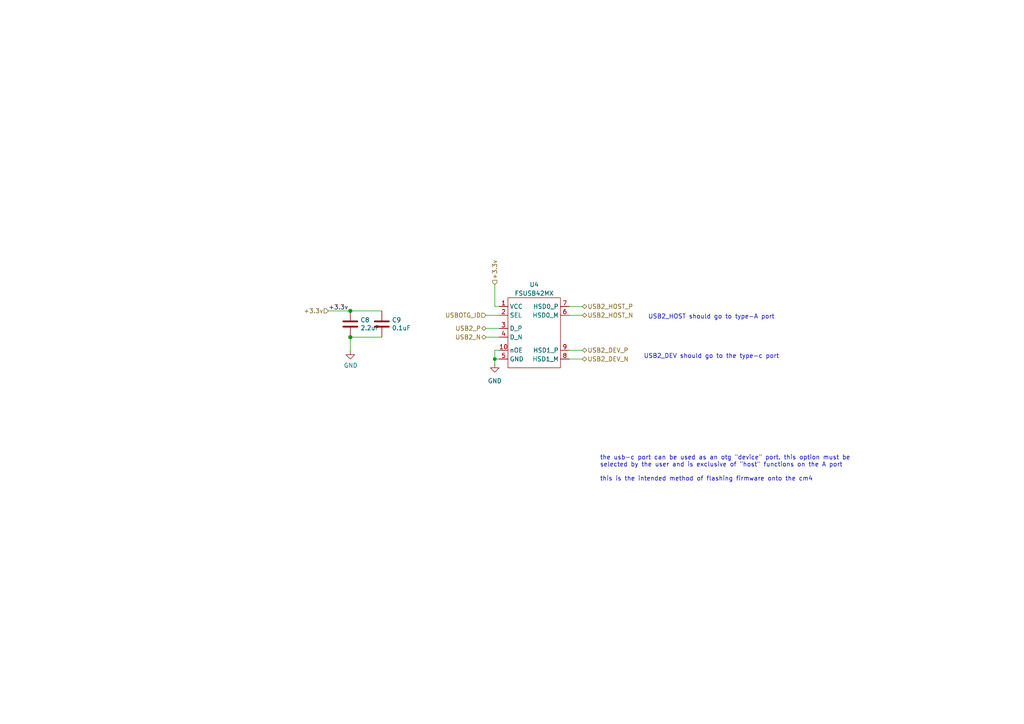
<source format=kicad_sch>
(kicad_sch (version 20210406) (generator eeschema)
  (paper "A4")
  (lib_symbols
    (symbol "Device:C" (pin_numbers hide) (pin_names (offset 0.254))
      (property "Reference" "C" (at 0.635 2.54 0))
      (property "Value" "C" (at 0.635 -2.54 0))
      (symbol "C_0_1"
        (polyline (pts (xy -2.032 -0.762) (xy 2.032 -0.762)) (stroke (width 0.508)))
        (polyline (pts (xy -2.032 0.762) (xy 2.032 0.762)) (stroke (width 0.508)))
      )
      (symbol "C_1_1"
        (pin passive line (at 0 3.81 270) (length 2.794) (name "~") (number "1"))
        (pin passive line (at 0 -3.81 90) (length 2.794) (name "~") (number "2"))
      )
    )
    (symbol "cm4crypto:FSUSB42MX"
      (property "Reference" "U" (at -7.62 20.32 0))
      (property "Value" "FSUSB42MX" (at -2.54 -2.54 0))
      (symbol "FSUSB42MX_0_0"
        (pin power_in line (at 8.89 16.51 180) (length 2.54) (name "VCC") (number "1"))
        (pin input line (at 8.89 3.81 180) (length 2.54) (name "nOE") (number "10"))
        (pin input line (at 8.89 13.97 180) (length 2.54) (name "SEL") (number "2"))
        (pin bidirectional line (at 8.89 10.16 180) (length 2.54) (name "D_P") (number "3"))
        (pin bidirectional line (at 8.89 7.62 180) (length 2.54) (name "D_N") (number "4"))
        (pin power_in line (at 8.89 1.27 180) (length 2.54) (name "GND") (number "5"))
        (pin bidirectional line (at -11.43 13.97 0) (length 2.54) (name "HSD0_M") (number "6"))
        (pin bidirectional line (at -11.43 16.51 0) (length 2.54) (name "HSD0_P") (number "7"))
        (pin bidirectional line (at -11.43 1.27 0) (length 2.54) (name "HSD1_M") (number "8"))
        (pin bidirectional line (at -11.43 3.81 0) (length 2.54) (name "HSD1_P") (number "9"))
      )
      (symbol "FSUSB42MX_0_1"
        (rectangle (start -8.89 19.05) (end 6.35 -1.27))
      )
    )
    (symbol "power:GND" (power) (pin_names (offset 0))
      (property "Value" "GND" (at 0 -3.81 0))
      (symbol "GND_0_1"
        (polyline (pts (xy 0 0) (xy 0 -1.27) (xy 1.27 -1.27) (xy 0 -2.54) (xy -1.27 -1.27) (xy 0 -1.27)))
      )
      (symbol "GND_1_1"
        (pin power_in line (at 0 0 270) (length 0) hide (name "GND") (number "1"))
      )
    )
  )
  (junction (at 101.6 90.17) (diameter 1.016))
  (junction (at 101.6 97.79) (diameter 1.016))
  (junction (at 143.51 104.14) (diameter 0.9144))
  (wire (pts (xy 95.25 90.17) (xy 101.6 90.17)))
  (wire (pts (xy 101.6 90.17) (xy 110.744 90.17)))
  (wire (pts (xy 101.6 97.79) (xy 110.744 97.79)))
  (wire (pts (xy 101.6 101.6) (xy 101.6 97.79)))
  (wire (pts (xy 140.97 91.44) (xy 144.78 91.44)))
  (wire (pts (xy 140.97 95.25) (xy 144.78 95.25)))
  (wire (pts (xy 140.97 97.79) (xy 144.78 97.79)))
  (wire (pts (xy 143.51 82.55) (xy 143.51 88.9)))
  (wire (pts (xy 143.51 101.6) (xy 143.51 104.14)))
  (wire (pts (xy 143.51 104.14) (xy 143.51 105.41)))
  (wire (pts (xy 143.51 104.14) (xy 144.78 104.14)))
  (wire (pts (xy 144.78 88.9) (xy 143.51 88.9)))
  (wire (pts (xy 144.78 101.6) (xy 143.51 101.6)))
  (wire (pts (xy 165.1 88.9) (xy 168.91 88.9)))
  (wire (pts (xy 165.1 91.44) (xy 168.91 91.44)))
  (wire (pts (xy 165.1 101.6) (xy 168.91 101.6)))
  (wire (pts (xy 165.1 104.14) (xy 168.91 104.14)))
  (text "the usb-c port can be used as an otg \"device\" port. this option must be\nselected by the user and is exclusive of \"host\" functions on the A port\n\nthis is the intended method of flashing firmware onto the cm4" (at 173.99 139.7 0) (effects (font (size 1.27 1.27)) (justify left bottom)))
  (text "USB2_DEV should go to the type-c port" (at 186.69 104.14 0) (effects (font (size 1.27 1.27)) (justify left bottom)))
  (text "USB2_HOST should go to type-A port" (at 187.96 92.71 0) (effects (font (size 1.27 1.27)) (justify left bottom)))
  (label "+3.3v" (at 95.25 90.17 0))
  (hierarchical_label "+3.3v" (shape input) (at 95.25 90.17 180))
  (hierarchical_label "USBOTG_ID" (shape input) (at 140.97 91.44 180))
  (hierarchical_label "USB2_P" (shape bidirectional) (at 140.97 95.25 180))
  (hierarchical_label "USB2_N" (shape bidirectional) (at 140.97 97.79 180))
  (hierarchical_label "+3.3v" (shape input) (at 143.51 82.55 90))
  (hierarchical_label "USB2_HOST_P" (shape bidirectional) (at 168.91 88.9 0))
  (hierarchical_label "USB2_HOST_N" (shape bidirectional) (at 168.91 91.44 0))
  (hierarchical_label "USB2_DEV_P" (shape bidirectional) (at 168.91 101.6 0))
  (hierarchical_label "USB2_DEV_N" (shape bidirectional) (at 168.91 104.14 0))
  (symbol (lib_id "power:GND") (at 101.6 101.6 0) (unit 1)
    (property "Reference" "#PWR098" (effects hide))
    (property "Value" "GND" (at 101.727 105.9942 0))
  )
  (symbol (lib_id "power:GND") (at 143.51 105.41 0) (unit 1)
    (property "Reference" "#PWR099" (effects hide))
    (property "Value" "GND" (at 143.51 110.49 0))
  )
  (symbol (lib_id "Device:C") (at 101.6 93.98 0) (unit 1)
    (property "Reference" "C8" (at 104.521 92.8116 0) (effects (justify left)))
    (property "Value" "2.2uF" (at 104.521 95.123 0) (effects (justify left)))
    (property "Footprint" "Capacitor_SMD:C_0603_1608Metric" (effects hide))
    (property "Field5" "490-14381-1-ND" (effects hide))
    (property "Field4" "Digikey" (effects hide))
    (property "Field6" "GRM21BR71A106KA73L" (effects hide))
    (property "Field7" "Murata" (effects hide))
    (property "Part Description" "	10uF 10% 10V Ceramic Capacitor X7R 0805 (2012 Metric)" (effects hide))
    (property "Field8" "111893011" (effects hide))
  )
  (symbol (lib_id "Device:C") (at 110.744 93.98 0) (unit 1)
    (property "Reference" "C9" (at 113.665 92.8116 0) (effects (justify left)))
    (property "Value" "0.1uF" (at 113.665 95.123 0) (effects (justify left)))
    (property "Footprint" "Capacitor_SMD:C_0603_1608Metric" (effects hide))
    (property "Field5" "490-14381-1-ND" (effects hide))
    (property "Field4" "Digikey" (effects hide))
    (property "Field6" "GRM21BR71A106KA73L" (effects hide))
    (property "Field7" "Murata" (effects hide))
    (property "Part Description" "	10uF 10% 10V Ceramic Capacitor X7R 0805 (2012 Metric)" (effects hide))
    (property "Field8" "111893011" (effects hide))
  )
  (symbol (lib_id "cm4crypto:FSUSB42MX") (at 153.67 105.41 0) (mirror y) (unit 1)
    (property "Reference" "U4" (at 154.94 82.55 0))
    (property "Value" "FSUSB42MX" (at 154.94 85.09 0))
    (property "Footprint" "Package_SO:MSOP-10_3x3mm_P0.5mm" (effects hide))
  )
)
</source>
